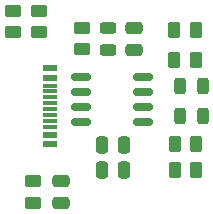
<source format=gtp>
G04 #@! TF.GenerationSoftware,KiCad,Pcbnew,8.0.7*
G04 #@! TF.CreationDate,2025-01-24T00:56:05+09:00*
G04 #@! TF.ProjectId,ch340_silial_release,63683334-305f-4736-996c-69616c5f7265,rev?*
G04 #@! TF.SameCoordinates,Original*
G04 #@! TF.FileFunction,Paste,Top*
G04 #@! TF.FilePolarity,Positive*
%FSLAX46Y46*%
G04 Gerber Fmt 4.6, Leading zero omitted, Abs format (unit mm)*
G04 Created by KiCad (PCBNEW 8.0.7) date 2025-01-24 00:56:05*
%MOMM*%
%LPD*%
G01*
G04 APERTURE LIST*
G04 Aperture macros list*
%AMRoundRect*
0 Rectangle with rounded corners*
0 $1 Rounding radius*
0 $2 $3 $4 $5 $6 $7 $8 $9 X,Y pos of 4 corners*
0 Add a 4 corners polygon primitive as box body*
4,1,4,$2,$3,$4,$5,$6,$7,$8,$9,$2,$3,0*
0 Add four circle primitives for the rounded corners*
1,1,$1+$1,$2,$3*
1,1,$1+$1,$4,$5*
1,1,$1+$1,$6,$7*
1,1,$1+$1,$8,$9*
0 Add four rect primitives between the rounded corners*
20,1,$1+$1,$2,$3,$4,$5,0*
20,1,$1+$1,$4,$5,$6,$7,0*
20,1,$1+$1,$6,$7,$8,$9,0*
20,1,$1+$1,$8,$9,$2,$3,0*%
G04 Aperture macros list end*
%ADD10R,1.240000X0.600000*%
%ADD11R,1.240000X0.300000*%
%ADD12RoundRect,0.250000X0.262500X0.450000X-0.262500X0.450000X-0.262500X-0.450000X0.262500X-0.450000X0*%
%ADD13RoundRect,0.250000X-0.450000X0.262500X-0.450000X-0.262500X0.450000X-0.262500X0.450000X0.262500X0*%
%ADD14RoundRect,0.250000X0.450000X-0.262500X0.450000X0.262500X-0.450000X0.262500X-0.450000X-0.262500X0*%
%ADD15RoundRect,0.150000X-0.675000X-0.150000X0.675000X-0.150000X0.675000X0.150000X-0.675000X0.150000X0*%
%ADD16RoundRect,0.243750X-0.456250X0.243750X-0.456250X-0.243750X0.456250X-0.243750X0.456250X0.243750X0*%
%ADD17RoundRect,0.250000X-0.475000X0.250000X-0.475000X-0.250000X0.475000X-0.250000X0.475000X0.250000X0*%
%ADD18RoundRect,0.250000X0.475000X-0.250000X0.475000X0.250000X-0.475000X0.250000X-0.475000X-0.250000X0*%
%ADD19RoundRect,0.250000X-0.250000X-0.475000X0.250000X-0.475000X0.250000X0.475000X-0.250000X0.475000X0*%
%ADD20RoundRect,0.243750X-0.243750X-0.456250X0.243750X-0.456250X0.243750X0.456250X-0.243750X0.456250X0*%
G04 APERTURE END LIST*
D10*
X108620000Y-56810000D03*
X108620000Y-57610000D03*
D11*
X108620000Y-58760000D03*
X108620000Y-59760000D03*
X108620000Y-60260000D03*
X108620000Y-61260000D03*
D10*
X108620000Y-62410000D03*
X108620000Y-63210000D03*
X108620000Y-63210000D03*
X108620000Y-62410000D03*
D11*
X108620000Y-61760000D03*
X108620000Y-60760000D03*
X108620000Y-59260000D03*
X108620000Y-58260000D03*
D10*
X108620000Y-57610000D03*
X108620000Y-56810000D03*
D12*
X120987500Y-63225000D03*
X119162500Y-63225000D03*
D13*
X111325000Y-53362500D03*
X111325000Y-55187500D03*
X105500000Y-51937500D03*
X105500000Y-53762500D03*
D14*
X107125000Y-68162500D03*
X107125000Y-66337500D03*
D15*
X111225000Y-57570000D03*
X111225000Y-58840000D03*
X111225000Y-60110000D03*
X111225000Y-61380000D03*
X116475000Y-61380000D03*
X116475000Y-60110000D03*
X116475000Y-58840000D03*
X116475000Y-57570000D03*
D16*
X113500000Y-53387500D03*
X113500000Y-55262500D03*
D17*
X109500000Y-66300000D03*
X109500000Y-68200000D03*
D12*
X120967500Y-56075000D03*
X119142500Y-56075000D03*
D18*
X115725000Y-55250000D03*
X115725000Y-53350000D03*
D12*
X120987500Y-65425000D03*
X119162500Y-65425000D03*
D19*
X112975000Y-65395000D03*
X114875000Y-65395000D03*
D20*
X119650000Y-58325000D03*
X121525000Y-58325000D03*
D13*
X107650000Y-51937500D03*
X107650000Y-53762500D03*
D19*
X112975000Y-63275000D03*
X114875000Y-63275000D03*
D12*
X120967500Y-53523332D03*
X119142500Y-53523332D03*
D20*
X119650000Y-60825000D03*
X121525000Y-60825000D03*
M02*

</source>
